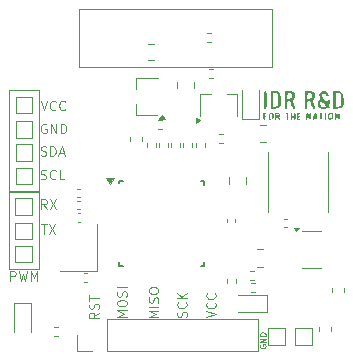
<source format=gbr>
%TF.GenerationSoftware,KiCad,Pcbnew,9.0.1*%
%TF.CreationDate,2025-04-30T15:21:50+05:30*%
%TF.ProjectId,APD_Safety_PCB,4150445f-5361-4666-9574-795f5043422e,rev?*%
%TF.SameCoordinates,Original*%
%TF.FileFunction,Legend,Top*%
%TF.FilePolarity,Positive*%
%FSLAX46Y46*%
G04 Gerber Fmt 4.6, Leading zero omitted, Abs format (unit mm)*
G04 Created by KiCad (PCBNEW 9.0.1) date 2025-04-30 15:21:50*
%MOMM*%
%LPD*%
G01*
G04 APERTURE LIST*
%ADD10C,0.125000*%
%ADD11C,0.120000*%
%ADD12C,0.150000*%
%ADD13C,0.100000*%
%ADD14C,0.000000*%
G04 APERTURE END LIST*
D10*
X117565595Y-126461573D02*
X118365595Y-126194906D01*
X118365595Y-126194906D02*
X117565595Y-125928240D01*
X118289404Y-125204430D02*
X118327500Y-125242526D01*
X118327500Y-125242526D02*
X118365595Y-125356811D01*
X118365595Y-125356811D02*
X118365595Y-125433002D01*
X118365595Y-125433002D02*
X118327500Y-125547288D01*
X118327500Y-125547288D02*
X118251309Y-125623478D01*
X118251309Y-125623478D02*
X118175119Y-125661573D01*
X118175119Y-125661573D02*
X118022738Y-125699669D01*
X118022738Y-125699669D02*
X117908452Y-125699669D01*
X117908452Y-125699669D02*
X117756071Y-125661573D01*
X117756071Y-125661573D02*
X117679880Y-125623478D01*
X117679880Y-125623478D02*
X117603690Y-125547288D01*
X117603690Y-125547288D02*
X117565595Y-125433002D01*
X117565595Y-125433002D02*
X117565595Y-125356811D01*
X117565595Y-125356811D02*
X117603690Y-125242526D01*
X117603690Y-125242526D02*
X117641785Y-125204430D01*
X118289404Y-124404430D02*
X118327500Y-124442526D01*
X118327500Y-124442526D02*
X118365595Y-124556811D01*
X118365595Y-124556811D02*
X118365595Y-124633002D01*
X118365595Y-124633002D02*
X118327500Y-124747288D01*
X118327500Y-124747288D02*
X118251309Y-124823478D01*
X118251309Y-124823478D02*
X118175119Y-124861573D01*
X118175119Y-124861573D02*
X118022738Y-124899669D01*
X118022738Y-124899669D02*
X117908452Y-124899669D01*
X117908452Y-124899669D02*
X117756071Y-124861573D01*
X117756071Y-124861573D02*
X117679880Y-124823478D01*
X117679880Y-124823478D02*
X117603690Y-124747288D01*
X117603690Y-124747288D02*
X117565595Y-124633002D01*
X117565595Y-124633002D02*
X117565595Y-124556811D01*
X117565595Y-124556811D02*
X117603690Y-124442526D01*
X117603690Y-124442526D02*
X117641785Y-124404430D01*
X115867500Y-126425383D02*
X115905595Y-126311097D01*
X115905595Y-126311097D02*
X115905595Y-126120621D01*
X115905595Y-126120621D02*
X115867500Y-126044430D01*
X115867500Y-126044430D02*
X115829404Y-126006335D01*
X115829404Y-126006335D02*
X115753214Y-125968240D01*
X115753214Y-125968240D02*
X115677023Y-125968240D01*
X115677023Y-125968240D02*
X115600833Y-126006335D01*
X115600833Y-126006335D02*
X115562738Y-126044430D01*
X115562738Y-126044430D02*
X115524642Y-126120621D01*
X115524642Y-126120621D02*
X115486547Y-126273002D01*
X115486547Y-126273002D02*
X115448452Y-126349192D01*
X115448452Y-126349192D02*
X115410357Y-126387287D01*
X115410357Y-126387287D02*
X115334166Y-126425383D01*
X115334166Y-126425383D02*
X115257976Y-126425383D01*
X115257976Y-126425383D02*
X115181785Y-126387287D01*
X115181785Y-126387287D02*
X115143690Y-126349192D01*
X115143690Y-126349192D02*
X115105595Y-126273002D01*
X115105595Y-126273002D02*
X115105595Y-126082525D01*
X115105595Y-126082525D02*
X115143690Y-125968240D01*
X115829404Y-125168239D02*
X115867500Y-125206335D01*
X115867500Y-125206335D02*
X115905595Y-125320620D01*
X115905595Y-125320620D02*
X115905595Y-125396811D01*
X115905595Y-125396811D02*
X115867500Y-125511097D01*
X115867500Y-125511097D02*
X115791309Y-125587287D01*
X115791309Y-125587287D02*
X115715119Y-125625382D01*
X115715119Y-125625382D02*
X115562738Y-125663478D01*
X115562738Y-125663478D02*
X115448452Y-125663478D01*
X115448452Y-125663478D02*
X115296071Y-125625382D01*
X115296071Y-125625382D02*
X115219880Y-125587287D01*
X115219880Y-125587287D02*
X115143690Y-125511097D01*
X115143690Y-125511097D02*
X115105595Y-125396811D01*
X115105595Y-125396811D02*
X115105595Y-125320620D01*
X115105595Y-125320620D02*
X115143690Y-125206335D01*
X115143690Y-125206335D02*
X115181785Y-125168239D01*
X115905595Y-124825382D02*
X115105595Y-124825382D01*
X115905595Y-124368239D02*
X115448452Y-124711097D01*
X115105595Y-124368239D02*
X115562738Y-124825382D01*
X110845595Y-126407287D02*
X110045595Y-126407287D01*
X110045595Y-126407287D02*
X110617023Y-126140621D01*
X110617023Y-126140621D02*
X110045595Y-125873954D01*
X110045595Y-125873954D02*
X110845595Y-125873954D01*
X110045595Y-125340620D02*
X110045595Y-125188239D01*
X110045595Y-125188239D02*
X110083690Y-125112049D01*
X110083690Y-125112049D02*
X110159880Y-125035858D01*
X110159880Y-125035858D02*
X110312261Y-124997763D01*
X110312261Y-124997763D02*
X110578928Y-124997763D01*
X110578928Y-124997763D02*
X110731309Y-125035858D01*
X110731309Y-125035858D02*
X110807500Y-125112049D01*
X110807500Y-125112049D02*
X110845595Y-125188239D01*
X110845595Y-125188239D02*
X110845595Y-125340620D01*
X110845595Y-125340620D02*
X110807500Y-125416811D01*
X110807500Y-125416811D02*
X110731309Y-125493001D01*
X110731309Y-125493001D02*
X110578928Y-125531097D01*
X110578928Y-125531097D02*
X110312261Y-125531097D01*
X110312261Y-125531097D02*
X110159880Y-125493001D01*
X110159880Y-125493001D02*
X110083690Y-125416811D01*
X110083690Y-125416811D02*
X110045595Y-125340620D01*
X110807500Y-124693002D02*
X110845595Y-124578716D01*
X110845595Y-124578716D02*
X110845595Y-124388240D01*
X110845595Y-124388240D02*
X110807500Y-124312049D01*
X110807500Y-124312049D02*
X110769404Y-124273954D01*
X110769404Y-124273954D02*
X110693214Y-124235859D01*
X110693214Y-124235859D02*
X110617023Y-124235859D01*
X110617023Y-124235859D02*
X110540833Y-124273954D01*
X110540833Y-124273954D02*
X110502738Y-124312049D01*
X110502738Y-124312049D02*
X110464642Y-124388240D01*
X110464642Y-124388240D02*
X110426547Y-124540621D01*
X110426547Y-124540621D02*
X110388452Y-124616811D01*
X110388452Y-124616811D02*
X110350357Y-124654906D01*
X110350357Y-124654906D02*
X110274166Y-124693002D01*
X110274166Y-124693002D02*
X110197976Y-124693002D01*
X110197976Y-124693002D02*
X110121785Y-124654906D01*
X110121785Y-124654906D02*
X110083690Y-124616811D01*
X110083690Y-124616811D02*
X110045595Y-124540621D01*
X110045595Y-124540621D02*
X110045595Y-124350144D01*
X110045595Y-124350144D02*
X110083690Y-124235859D01*
X110845595Y-123893001D02*
X110045595Y-123893001D01*
X103574616Y-114737500D02*
X103688902Y-114775595D01*
X103688902Y-114775595D02*
X103879378Y-114775595D01*
X103879378Y-114775595D02*
X103955569Y-114737500D01*
X103955569Y-114737500D02*
X103993664Y-114699404D01*
X103993664Y-114699404D02*
X104031759Y-114623214D01*
X104031759Y-114623214D02*
X104031759Y-114547023D01*
X104031759Y-114547023D02*
X103993664Y-114470833D01*
X103993664Y-114470833D02*
X103955569Y-114432738D01*
X103955569Y-114432738D02*
X103879378Y-114394642D01*
X103879378Y-114394642D02*
X103726997Y-114356547D01*
X103726997Y-114356547D02*
X103650807Y-114318452D01*
X103650807Y-114318452D02*
X103612712Y-114280357D01*
X103612712Y-114280357D02*
X103574616Y-114204166D01*
X103574616Y-114204166D02*
X103574616Y-114127976D01*
X103574616Y-114127976D02*
X103612712Y-114051785D01*
X103612712Y-114051785D02*
X103650807Y-114013690D01*
X103650807Y-114013690D02*
X103726997Y-113975595D01*
X103726997Y-113975595D02*
X103917474Y-113975595D01*
X103917474Y-113975595D02*
X104031759Y-114013690D01*
X104831760Y-114699404D02*
X104793664Y-114737500D01*
X104793664Y-114737500D02*
X104679379Y-114775595D01*
X104679379Y-114775595D02*
X104603188Y-114775595D01*
X104603188Y-114775595D02*
X104488902Y-114737500D01*
X104488902Y-114737500D02*
X104412712Y-114661309D01*
X104412712Y-114661309D02*
X104374617Y-114585119D01*
X104374617Y-114585119D02*
X104336521Y-114432738D01*
X104336521Y-114432738D02*
X104336521Y-114318452D01*
X104336521Y-114318452D02*
X104374617Y-114166071D01*
X104374617Y-114166071D02*
X104412712Y-114089880D01*
X104412712Y-114089880D02*
X104488902Y-114013690D01*
X104488902Y-114013690D02*
X104603188Y-113975595D01*
X104603188Y-113975595D02*
X104679379Y-113975595D01*
X104679379Y-113975595D02*
X104793664Y-114013690D01*
X104793664Y-114013690D02*
X104831760Y-114051785D01*
X105555569Y-114775595D02*
X105174617Y-114775595D01*
X105174617Y-114775595D02*
X105174617Y-113975595D01*
X103588426Y-118575595D02*
X104045569Y-118575595D01*
X103816997Y-119375595D02*
X103816997Y-118575595D01*
X104236045Y-118575595D02*
X104769379Y-119375595D01*
X104769379Y-118575595D02*
X104236045Y-119375595D01*
X100992712Y-123355595D02*
X100992712Y-122555595D01*
X100992712Y-122555595D02*
X101297474Y-122555595D01*
X101297474Y-122555595D02*
X101373664Y-122593690D01*
X101373664Y-122593690D02*
X101411759Y-122631785D01*
X101411759Y-122631785D02*
X101449855Y-122707976D01*
X101449855Y-122707976D02*
X101449855Y-122822261D01*
X101449855Y-122822261D02*
X101411759Y-122898452D01*
X101411759Y-122898452D02*
X101373664Y-122936547D01*
X101373664Y-122936547D02*
X101297474Y-122974642D01*
X101297474Y-122974642D02*
X100992712Y-122974642D01*
X101716521Y-122555595D02*
X101906997Y-123355595D01*
X101906997Y-123355595D02*
X102059378Y-122784166D01*
X102059378Y-122784166D02*
X102211759Y-123355595D01*
X102211759Y-123355595D02*
X102402236Y-122555595D01*
X102706998Y-123355595D02*
X102706998Y-122555595D01*
X102706998Y-122555595D02*
X102973664Y-123127023D01*
X102973664Y-123127023D02*
X103240331Y-122555595D01*
X103240331Y-122555595D02*
X103240331Y-123355595D01*
X113515595Y-126467287D02*
X112715595Y-126467287D01*
X112715595Y-126467287D02*
X113287023Y-126200621D01*
X113287023Y-126200621D02*
X112715595Y-125933954D01*
X112715595Y-125933954D02*
X113515595Y-125933954D01*
X113515595Y-125553001D02*
X112715595Y-125553001D01*
X113477500Y-125210145D02*
X113515595Y-125095859D01*
X113515595Y-125095859D02*
X113515595Y-124905383D01*
X113515595Y-124905383D02*
X113477500Y-124829192D01*
X113477500Y-124829192D02*
X113439404Y-124791097D01*
X113439404Y-124791097D02*
X113363214Y-124753002D01*
X113363214Y-124753002D02*
X113287023Y-124753002D01*
X113287023Y-124753002D02*
X113210833Y-124791097D01*
X113210833Y-124791097D02*
X113172738Y-124829192D01*
X113172738Y-124829192D02*
X113134642Y-124905383D01*
X113134642Y-124905383D02*
X113096547Y-125057764D01*
X113096547Y-125057764D02*
X113058452Y-125133954D01*
X113058452Y-125133954D02*
X113020357Y-125172049D01*
X113020357Y-125172049D02*
X112944166Y-125210145D01*
X112944166Y-125210145D02*
X112867976Y-125210145D01*
X112867976Y-125210145D02*
X112791785Y-125172049D01*
X112791785Y-125172049D02*
X112753690Y-125133954D01*
X112753690Y-125133954D02*
X112715595Y-125057764D01*
X112715595Y-125057764D02*
X112715595Y-124867287D01*
X112715595Y-124867287D02*
X112753690Y-124753002D01*
X112715595Y-124257763D02*
X112715595Y-124105382D01*
X112715595Y-124105382D02*
X112753690Y-124029192D01*
X112753690Y-124029192D02*
X112829880Y-123953001D01*
X112829880Y-123953001D02*
X112982261Y-123914906D01*
X112982261Y-123914906D02*
X113248928Y-123914906D01*
X113248928Y-123914906D02*
X113401309Y-123953001D01*
X113401309Y-123953001D02*
X113477500Y-124029192D01*
X113477500Y-124029192D02*
X113515595Y-124105382D01*
X113515595Y-124105382D02*
X113515595Y-124257763D01*
X113515595Y-124257763D02*
X113477500Y-124333954D01*
X113477500Y-124333954D02*
X113401309Y-124410144D01*
X113401309Y-124410144D02*
X113248928Y-124448240D01*
X113248928Y-124448240D02*
X112982261Y-124448240D01*
X112982261Y-124448240D02*
X112829880Y-124410144D01*
X112829880Y-124410144D02*
X112753690Y-124333954D01*
X112753690Y-124333954D02*
X112715595Y-124257763D01*
X103558426Y-108105595D02*
X103825093Y-108905595D01*
X103825093Y-108905595D02*
X104091759Y-108105595D01*
X104815569Y-108829404D02*
X104777473Y-108867500D01*
X104777473Y-108867500D02*
X104663188Y-108905595D01*
X104663188Y-108905595D02*
X104586997Y-108905595D01*
X104586997Y-108905595D02*
X104472711Y-108867500D01*
X104472711Y-108867500D02*
X104396521Y-108791309D01*
X104396521Y-108791309D02*
X104358426Y-108715119D01*
X104358426Y-108715119D02*
X104320330Y-108562738D01*
X104320330Y-108562738D02*
X104320330Y-108448452D01*
X104320330Y-108448452D02*
X104358426Y-108296071D01*
X104358426Y-108296071D02*
X104396521Y-108219880D01*
X104396521Y-108219880D02*
X104472711Y-108143690D01*
X104472711Y-108143690D02*
X104586997Y-108105595D01*
X104586997Y-108105595D02*
X104663188Y-108105595D01*
X104663188Y-108105595D02*
X104777473Y-108143690D01*
X104777473Y-108143690D02*
X104815569Y-108181785D01*
X105615569Y-108829404D02*
X105577473Y-108867500D01*
X105577473Y-108867500D02*
X105463188Y-108905595D01*
X105463188Y-108905595D02*
X105386997Y-108905595D01*
X105386997Y-108905595D02*
X105272711Y-108867500D01*
X105272711Y-108867500D02*
X105196521Y-108791309D01*
X105196521Y-108791309D02*
X105158426Y-108715119D01*
X105158426Y-108715119D02*
X105120330Y-108562738D01*
X105120330Y-108562738D02*
X105120330Y-108448452D01*
X105120330Y-108448452D02*
X105158426Y-108296071D01*
X105158426Y-108296071D02*
X105196521Y-108219880D01*
X105196521Y-108219880D02*
X105272711Y-108143690D01*
X105272711Y-108143690D02*
X105386997Y-108105595D01*
X105386997Y-108105595D02*
X105463188Y-108105595D01*
X105463188Y-108105595D02*
X105577473Y-108143690D01*
X105577473Y-108143690D02*
X105615569Y-108181785D01*
X104031759Y-110113690D02*
X103955569Y-110075595D01*
X103955569Y-110075595D02*
X103841283Y-110075595D01*
X103841283Y-110075595D02*
X103726997Y-110113690D01*
X103726997Y-110113690D02*
X103650807Y-110189880D01*
X103650807Y-110189880D02*
X103612712Y-110266071D01*
X103612712Y-110266071D02*
X103574616Y-110418452D01*
X103574616Y-110418452D02*
X103574616Y-110532738D01*
X103574616Y-110532738D02*
X103612712Y-110685119D01*
X103612712Y-110685119D02*
X103650807Y-110761309D01*
X103650807Y-110761309D02*
X103726997Y-110837500D01*
X103726997Y-110837500D02*
X103841283Y-110875595D01*
X103841283Y-110875595D02*
X103917474Y-110875595D01*
X103917474Y-110875595D02*
X104031759Y-110837500D01*
X104031759Y-110837500D02*
X104069855Y-110799404D01*
X104069855Y-110799404D02*
X104069855Y-110532738D01*
X104069855Y-110532738D02*
X103917474Y-110532738D01*
X104412712Y-110875595D02*
X104412712Y-110075595D01*
X104412712Y-110075595D02*
X104869855Y-110875595D01*
X104869855Y-110875595D02*
X104869855Y-110075595D01*
X105250807Y-110875595D02*
X105250807Y-110075595D01*
X105250807Y-110075595D02*
X105441283Y-110075595D01*
X105441283Y-110075595D02*
X105555569Y-110113690D01*
X105555569Y-110113690D02*
X105631759Y-110189880D01*
X105631759Y-110189880D02*
X105669854Y-110266071D01*
X105669854Y-110266071D02*
X105707950Y-110418452D01*
X105707950Y-110418452D02*
X105707950Y-110532738D01*
X105707950Y-110532738D02*
X105669854Y-110685119D01*
X105669854Y-110685119D02*
X105631759Y-110761309D01*
X105631759Y-110761309D02*
X105555569Y-110837500D01*
X105555569Y-110837500D02*
X105441283Y-110875595D01*
X105441283Y-110875595D02*
X105250807Y-110875595D01*
X108475595Y-126050144D02*
X108094642Y-126316811D01*
X108475595Y-126507287D02*
X107675595Y-126507287D01*
X107675595Y-126507287D02*
X107675595Y-126202525D01*
X107675595Y-126202525D02*
X107713690Y-126126335D01*
X107713690Y-126126335D02*
X107751785Y-126088240D01*
X107751785Y-126088240D02*
X107827976Y-126050144D01*
X107827976Y-126050144D02*
X107942261Y-126050144D01*
X107942261Y-126050144D02*
X108018452Y-126088240D01*
X108018452Y-126088240D02*
X108056547Y-126126335D01*
X108056547Y-126126335D02*
X108094642Y-126202525D01*
X108094642Y-126202525D02*
X108094642Y-126507287D01*
X108437500Y-125745383D02*
X108475595Y-125631097D01*
X108475595Y-125631097D02*
X108475595Y-125440621D01*
X108475595Y-125440621D02*
X108437500Y-125364430D01*
X108437500Y-125364430D02*
X108399404Y-125326335D01*
X108399404Y-125326335D02*
X108323214Y-125288240D01*
X108323214Y-125288240D02*
X108247023Y-125288240D01*
X108247023Y-125288240D02*
X108170833Y-125326335D01*
X108170833Y-125326335D02*
X108132738Y-125364430D01*
X108132738Y-125364430D02*
X108094642Y-125440621D01*
X108094642Y-125440621D02*
X108056547Y-125593002D01*
X108056547Y-125593002D02*
X108018452Y-125669192D01*
X108018452Y-125669192D02*
X107980357Y-125707287D01*
X107980357Y-125707287D02*
X107904166Y-125745383D01*
X107904166Y-125745383D02*
X107827976Y-125745383D01*
X107827976Y-125745383D02*
X107751785Y-125707287D01*
X107751785Y-125707287D02*
X107713690Y-125669192D01*
X107713690Y-125669192D02*
X107675595Y-125593002D01*
X107675595Y-125593002D02*
X107675595Y-125402525D01*
X107675595Y-125402525D02*
X107713690Y-125288240D01*
X107675595Y-125059668D02*
X107675595Y-124602525D01*
X108475595Y-124831097D02*
X107675595Y-124831097D01*
X122126119Y-128776811D02*
X122102309Y-128824430D01*
X122102309Y-128824430D02*
X122102309Y-128895859D01*
X122102309Y-128895859D02*
X122126119Y-128967287D01*
X122126119Y-128967287D02*
X122173738Y-129014906D01*
X122173738Y-129014906D02*
X122221357Y-129038716D01*
X122221357Y-129038716D02*
X122316595Y-129062525D01*
X122316595Y-129062525D02*
X122388023Y-129062525D01*
X122388023Y-129062525D02*
X122483261Y-129038716D01*
X122483261Y-129038716D02*
X122530880Y-129014906D01*
X122530880Y-129014906D02*
X122578500Y-128967287D01*
X122578500Y-128967287D02*
X122602309Y-128895859D01*
X122602309Y-128895859D02*
X122602309Y-128848240D01*
X122602309Y-128848240D02*
X122578500Y-128776811D01*
X122578500Y-128776811D02*
X122554690Y-128753002D01*
X122554690Y-128753002D02*
X122388023Y-128753002D01*
X122388023Y-128753002D02*
X122388023Y-128848240D01*
X122602309Y-128538716D02*
X122102309Y-128538716D01*
X122102309Y-128538716D02*
X122602309Y-128253002D01*
X122602309Y-128253002D02*
X122102309Y-128253002D01*
X122602309Y-128014906D02*
X122102309Y-128014906D01*
X122102309Y-128014906D02*
X122102309Y-127895858D01*
X122102309Y-127895858D02*
X122126119Y-127824430D01*
X122126119Y-127824430D02*
X122173738Y-127776811D01*
X122173738Y-127776811D02*
X122221357Y-127753001D01*
X122221357Y-127753001D02*
X122316595Y-127729192D01*
X122316595Y-127729192D02*
X122388023Y-127729192D01*
X122388023Y-127729192D02*
X122483261Y-127753001D01*
X122483261Y-127753001D02*
X122530880Y-127776811D01*
X122530880Y-127776811D02*
X122578500Y-127824430D01*
X122578500Y-127824430D02*
X122602309Y-127895858D01*
X122602309Y-127895858D02*
X122602309Y-128014906D01*
X104049855Y-117275595D02*
X103783188Y-116894642D01*
X103592712Y-117275595D02*
X103592712Y-116475595D01*
X103592712Y-116475595D02*
X103897474Y-116475595D01*
X103897474Y-116475595D02*
X103973664Y-116513690D01*
X103973664Y-116513690D02*
X104011759Y-116551785D01*
X104011759Y-116551785D02*
X104049855Y-116627976D01*
X104049855Y-116627976D02*
X104049855Y-116742261D01*
X104049855Y-116742261D02*
X104011759Y-116818452D01*
X104011759Y-116818452D02*
X103973664Y-116856547D01*
X103973664Y-116856547D02*
X103897474Y-116894642D01*
X103897474Y-116894642D02*
X103592712Y-116894642D01*
X104316521Y-116475595D02*
X104849855Y-117275595D01*
X104849855Y-116475595D02*
X104316521Y-117275595D01*
X103574616Y-112737500D02*
X103688902Y-112775595D01*
X103688902Y-112775595D02*
X103879378Y-112775595D01*
X103879378Y-112775595D02*
X103955569Y-112737500D01*
X103955569Y-112737500D02*
X103993664Y-112699404D01*
X103993664Y-112699404D02*
X104031759Y-112623214D01*
X104031759Y-112623214D02*
X104031759Y-112547023D01*
X104031759Y-112547023D02*
X103993664Y-112470833D01*
X103993664Y-112470833D02*
X103955569Y-112432738D01*
X103955569Y-112432738D02*
X103879378Y-112394642D01*
X103879378Y-112394642D02*
X103726997Y-112356547D01*
X103726997Y-112356547D02*
X103650807Y-112318452D01*
X103650807Y-112318452D02*
X103612712Y-112280357D01*
X103612712Y-112280357D02*
X103574616Y-112204166D01*
X103574616Y-112204166D02*
X103574616Y-112127976D01*
X103574616Y-112127976D02*
X103612712Y-112051785D01*
X103612712Y-112051785D02*
X103650807Y-112013690D01*
X103650807Y-112013690D02*
X103726997Y-111975595D01*
X103726997Y-111975595D02*
X103917474Y-111975595D01*
X103917474Y-111975595D02*
X104031759Y-112013690D01*
X104374617Y-112775595D02*
X104374617Y-111975595D01*
X104374617Y-111975595D02*
X104565093Y-111975595D01*
X104565093Y-111975595D02*
X104679379Y-112013690D01*
X104679379Y-112013690D02*
X104755569Y-112089880D01*
X104755569Y-112089880D02*
X104793664Y-112166071D01*
X104793664Y-112166071D02*
X104831760Y-112318452D01*
X104831760Y-112318452D02*
X104831760Y-112432738D01*
X104831760Y-112432738D02*
X104793664Y-112585119D01*
X104793664Y-112585119D02*
X104755569Y-112661309D01*
X104755569Y-112661309D02*
X104679379Y-112737500D01*
X104679379Y-112737500D02*
X104565093Y-112775595D01*
X104565093Y-112775595D02*
X104374617Y-112775595D01*
X105136521Y-112547023D02*
X105517474Y-112547023D01*
X105060331Y-112775595D02*
X105326998Y-111975595D01*
X105326998Y-111975595D02*
X105593664Y-112775595D01*
D11*
%TO.C,L1*%
X122805000Y-117545000D02*
X122805000Y-112445000D01*
X127905000Y-117545000D02*
X127905000Y-112445000D01*
%TO.C,C5*%
X106875835Y-116590000D02*
X106644165Y-116590000D01*
X106875835Y-117310000D02*
X106644165Y-117310000D01*
D12*
%TO.C,U2*%
X110165000Y-114885000D02*
X110165000Y-115110000D01*
X110165000Y-114885000D02*
X110490000Y-114885000D01*
X110165000Y-122135000D02*
X110165000Y-121810000D01*
X110165000Y-122135000D02*
X110490000Y-122135000D01*
X117415000Y-114885000D02*
X117090000Y-114885000D01*
X117415000Y-114885000D02*
X117415000Y-115210000D01*
X117415000Y-122135000D02*
X117090000Y-122135000D01*
X117415000Y-122135000D02*
X117415000Y-121810000D01*
D11*
X109400000Y-115170000D02*
X109060000Y-114700000D01*
X109740000Y-114700000D01*
X109400000Y-115170000D01*
G36*
X109400000Y-115170000D02*
G01*
X109060000Y-114700000D01*
X109740000Y-114700000D01*
X109400000Y-115170000D01*
G37*
%TO.C,C6*%
X119300000Y-118378335D02*
X119300000Y-118146665D01*
X120020000Y-118378335D02*
X120020000Y-118146665D01*
%TO.C,TP3*%
X125100000Y-127400000D02*
X126500000Y-127400000D01*
X125100000Y-128800000D02*
X125100000Y-127400000D01*
X126500000Y-127400000D02*
X126500000Y-128800000D01*
X126500000Y-128800000D02*
X125100000Y-128800000D01*
%TO.C,TP4*%
X122800000Y-127390000D02*
X124200000Y-127390000D01*
X122800000Y-128790000D02*
X122800000Y-127390000D01*
X124200000Y-127390000D02*
X124200000Y-128790000D01*
X124200000Y-128790000D02*
X122800000Y-128790000D01*
%TO.C,C3*%
X127130000Y-127283733D02*
X127130000Y-127576267D01*
X128150000Y-127283733D02*
X128150000Y-127576267D01*
%TO.C,C10*%
X111130000Y-111486267D02*
X111130000Y-111193733D01*
X112150000Y-111486267D02*
X112150000Y-111193733D01*
%TO.C,C12*%
X107465835Y-122710000D02*
X107234165Y-122710000D01*
X107465835Y-123430000D02*
X107234165Y-123430000D01*
%TO.C,C7*%
X106893335Y-115570000D02*
X106661665Y-115570000D01*
X106893335Y-116290000D02*
X106661665Y-116290000D01*
%TO.C,C1*%
X122611252Y-110180000D02*
X122088748Y-110180000D01*
X122611252Y-111650000D02*
X122088748Y-111650000D01*
%TO.C,U1*%
X126500000Y-119132500D02*
X125700000Y-119132500D01*
X126500000Y-119132500D02*
X127300000Y-119132500D01*
X126500000Y-122252500D02*
X125700000Y-122252500D01*
X126500000Y-122252500D02*
X127300000Y-122252500D01*
X125200000Y-119182500D02*
X124960000Y-118852500D01*
X125440000Y-118852500D01*
X125200000Y-119182500D01*
G36*
X125200000Y-119182500D02*
G01*
X124960000Y-118852500D01*
X125440000Y-118852500D01*
X125200000Y-119182500D01*
G37*
%TO.C,F1*%
X113178578Y-103280000D02*
X112661422Y-103280000D01*
X113178578Y-104700000D02*
X112661422Y-104700000D01*
%TO.C,D4*%
X101305000Y-125212500D02*
X101305000Y-127672500D01*
X102775000Y-125212500D02*
X101305000Y-125212500D01*
X102775000Y-127672500D02*
X102775000Y-125212500D01*
%TO.C,Q2*%
X117070000Y-107540000D02*
X117070000Y-109390000D01*
X117070000Y-107540000D02*
X117960000Y-107540000D01*
X119300000Y-107555000D02*
X120190000Y-107555000D01*
X120190000Y-107555000D02*
X120190000Y-109405000D01*
X117060000Y-109780000D02*
X116730000Y-110020000D01*
X116730000Y-109540000D01*
X117060000Y-109780000D01*
G36*
X117060000Y-109780000D02*
G01*
X116730000Y-110020000D01*
X116730000Y-109540000D01*
X117060000Y-109780000D01*
G37*
%TO.C,C11*%
X106676665Y-117630000D02*
X106908335Y-117630000D01*
X106676665Y-118350000D02*
X106908335Y-118350000D01*
%TO.C,J1*%
X101430000Y-107790000D02*
X102830000Y-107790000D01*
X101430000Y-109190000D02*
X101430000Y-107790000D01*
X101430000Y-109840000D02*
X102830000Y-109840000D01*
X101430000Y-111240000D02*
X101430000Y-109840000D01*
X101430000Y-111790000D02*
X102830000Y-111790000D01*
X101430000Y-113190000D02*
X101430000Y-111790000D01*
X101430000Y-113790000D02*
X102830000Y-113790000D01*
X101430000Y-115190000D02*
X101430000Y-113790000D01*
X102830000Y-107790000D02*
X102830000Y-109190000D01*
X102830000Y-109190000D02*
X101430000Y-109190000D01*
X102830000Y-109840000D02*
X102830000Y-111240000D01*
X102830000Y-111240000D02*
X101430000Y-111240000D01*
X102830000Y-111790000D02*
X102830000Y-113190000D01*
X102830000Y-113190000D02*
X101430000Y-113190000D01*
X102830000Y-113790000D02*
X102830000Y-115190000D01*
X102830000Y-115190000D02*
X101430000Y-115190000D01*
D13*
X103380000Y-115740000D02*
X100880000Y-115740000D01*
X100880000Y-107240000D01*
X103380000Y-107240000D01*
X103380000Y-115740000D01*
D11*
%TO.C,C9*%
X121848748Y-120685000D02*
X122371252Y-120685000D01*
X121848748Y-122155000D02*
X122371252Y-122155000D01*
%TO.C,R11*%
X119325000Y-123182379D02*
X119325000Y-123517621D01*
X120085000Y-123182379D02*
X120085000Y-123517621D01*
%TO.C,F2*%
X115080000Y-106521422D02*
X115080000Y-107038578D01*
X116500000Y-106521422D02*
X116500000Y-107038578D01*
%TO.C,R8*%
X112520000Y-111732379D02*
X112520000Y-112067621D01*
X113280000Y-111732379D02*
X113280000Y-112067621D01*
%TO.C,R9*%
X117839879Y-105440000D02*
X118175121Y-105440000D01*
X117839879Y-106200000D02*
X118175121Y-106200000D01*
%TO.C,R4*%
X116710000Y-111722379D02*
X116710000Y-112057621D01*
X117470000Y-111722379D02*
X117470000Y-112057621D01*
%TO.C,R10*%
X105027621Y-127240000D02*
X104692379Y-127240000D01*
X105027621Y-128000000D02*
X104692379Y-128000000D01*
%TO.C,J4*%
D13*
X106820000Y-100310000D02*
X123140000Y-100310000D01*
X123140000Y-105290000D01*
X106820000Y-105290000D01*
X106820000Y-100310000D01*
D11*
%TO.C,D5*%
X120280000Y-126015000D02*
X122740000Y-126015000D01*
X122740000Y-124545000D02*
X120280000Y-124545000D01*
X122740000Y-126015000D02*
X122740000Y-124545000D01*
%TO.C,R2*%
X113462379Y-109770000D02*
X113797621Y-109770000D01*
X113462379Y-110530000D02*
X113797621Y-110530000D01*
%TO.C,J2*%
X101420000Y-116385000D02*
X102820000Y-116385000D01*
X101420000Y-117785000D02*
X101420000Y-116385000D01*
X101420000Y-118435000D02*
X102820000Y-118435000D01*
X101420000Y-119835000D02*
X101420000Y-118435000D01*
X101420000Y-120385000D02*
X102820000Y-120385000D01*
X101420000Y-121785000D02*
X101420000Y-120385000D01*
X102820000Y-116385000D02*
X102820000Y-117785000D01*
X102820000Y-117785000D02*
X101420000Y-117785000D01*
X102820000Y-118435000D02*
X102820000Y-119835000D01*
X102820000Y-119835000D02*
X101420000Y-119835000D01*
X102820000Y-120385000D02*
X102820000Y-121785000D01*
X102820000Y-121785000D02*
X101420000Y-121785000D01*
D13*
X103370000Y-122365000D02*
X100870000Y-122365000D01*
X100870000Y-115835000D01*
X103370000Y-115835000D01*
X103370000Y-122365000D01*
D11*
%TO.C,Q1*%
X111585000Y-109315000D02*
X111585000Y-108425000D01*
X111585000Y-109315000D02*
X113435000Y-109315000D01*
X111600000Y-106195000D02*
X113450000Y-106195000D01*
X111600000Y-107085000D02*
X111600000Y-106195000D01*
X114065000Y-109655000D02*
X113585000Y-109655000D01*
X113825000Y-109325000D01*
X114065000Y-109655000D01*
G36*
X114065000Y-109655000D02*
G01*
X113585000Y-109655000D01*
X113825000Y-109325000D01*
X114065000Y-109655000D01*
G37*
%TO.C,R12*%
X114550000Y-111722379D02*
X114550000Y-112057621D01*
X115310000Y-111722379D02*
X115310000Y-112057621D01*
%TO.C,R5*%
X115620000Y-111732379D02*
X115620000Y-112067621D01*
X116380000Y-111732379D02*
X116380000Y-112067621D01*
%TO.C,R13*%
X113540000Y-111732379D02*
X113540000Y-112067621D01*
X114300000Y-111732379D02*
X114300000Y-112067621D01*
%TO.C,D1*%
X120560000Y-107227500D02*
X120560000Y-109687500D01*
X120560000Y-109687500D02*
X122030000Y-109687500D01*
X122030000Y-109687500D02*
X122030000Y-107227500D01*
%TO.C,Y1*%
X105150000Y-122490000D02*
X108350000Y-122490000D01*
X108350000Y-122490000D02*
X108350000Y-118590000D01*
%TO.C,C4*%
X124154165Y-118095000D02*
X124385835Y-118095000D01*
X124154165Y-118815000D02*
X124385835Y-118815000D01*
%TO.C,R3*%
X118622379Y-110910000D02*
X118957621Y-110910000D01*
X118622379Y-111670000D02*
X118957621Y-111670000D01*
%TO.C,J3*%
X106590000Y-129280000D02*
X106590000Y-127950000D01*
X107920000Y-129280000D02*
X106590000Y-129280000D01*
X109190000Y-126620000D02*
X121950000Y-126620000D01*
X109190000Y-129280000D02*
X109190000Y-126620000D01*
X109190000Y-129280000D02*
X121950000Y-129280000D01*
X121950000Y-129280000D02*
X121950000Y-126620000D01*
%TO.C,R1*%
X117977621Y-102410000D02*
X117642379Y-102410000D01*
X117977621Y-103170000D02*
X117642379Y-103170000D01*
%TO.C,C2*%
X128190000Y-124276267D02*
X128190000Y-123983733D01*
X129210000Y-124276267D02*
X129210000Y-123983733D01*
%TO.C,R6*%
X121312379Y-122550000D02*
X121647621Y-122550000D01*
X121312379Y-123310000D02*
X121647621Y-123310000D01*
D14*
%TO.C,G\u002A\u002A\u002A*%
G36*
X127696867Y-109162810D02*
G01*
X127716750Y-109290486D01*
X127721630Y-109414393D01*
X127712631Y-109579273D01*
X127689417Y-109688632D01*
X127666889Y-109715470D01*
X127636910Y-109665976D01*
X127617027Y-109538299D01*
X127612147Y-109414393D01*
X127621146Y-109249512D01*
X127644360Y-109140154D01*
X127666889Y-109113315D01*
X127696867Y-109162810D01*
G37*
G36*
X124561451Y-109130618D02*
G01*
X124605545Y-109142361D01*
X124587686Y-109151050D01*
X124527330Y-109192634D01*
X124498319Y-109293772D01*
X124491889Y-109445777D01*
X124481904Y-109600591D01*
X124456411Y-109698131D01*
X124437147Y-109715470D01*
X124405724Y-109666279D01*
X124385925Y-109540685D01*
X124382406Y-109445777D01*
X124373237Y-109273465D01*
X124340005Y-109183108D01*
X124286609Y-109151050D01*
X124276711Y-109136627D01*
X124357635Y-109127579D01*
X124437147Y-109126015D01*
X124561451Y-109130618D01*
G37*
G36*
X127408002Y-109130618D02*
G01*
X127452097Y-109142361D01*
X127434238Y-109151050D01*
X127373882Y-109192634D01*
X127344871Y-109293772D01*
X127338440Y-109445777D01*
X127328456Y-109600591D01*
X127302963Y-109698131D01*
X127283699Y-109715470D01*
X127252276Y-109666279D01*
X127232477Y-109540685D01*
X127228958Y-109445777D01*
X127219789Y-109273465D01*
X127186557Y-109183108D01*
X127133160Y-109151050D01*
X127123263Y-109136627D01*
X127204186Y-109127579D01*
X127283699Y-109126015D01*
X127408002Y-109130618D01*
G37*
G36*
X122616996Y-109121517D02*
G01*
X122733461Y-109128653D01*
X122745956Y-109138533D01*
X122671738Y-109152524D01*
X122556293Y-109203804D01*
X122517900Y-109287461D01*
X122560478Y-109367595D01*
X122644367Y-109403131D01*
X122767535Y-109426854D01*
X122644367Y-109434309D01*
X122548423Y-109469311D01*
X122521205Y-109576077D01*
X122521199Y-109578617D01*
X122502460Y-109681493D01*
X122466458Y-109715470D01*
X122436479Y-109665976D01*
X122416596Y-109538299D01*
X122411716Y-109414393D01*
X122411716Y-109113315D01*
X122616996Y-109121517D01*
G37*
G36*
X125463548Y-109121517D02*
G01*
X125580013Y-109128653D01*
X125592508Y-109138533D01*
X125518290Y-109152524D01*
X125402845Y-109203804D01*
X125364452Y-109287461D01*
X125407030Y-109367595D01*
X125490919Y-109403131D01*
X125614087Y-109426854D01*
X125490919Y-109434309D01*
X125387985Y-109473722D01*
X125362318Y-109551021D01*
X125409905Y-109630741D01*
X125518290Y-109676262D01*
X125595525Y-109691347D01*
X125573800Y-109700848D01*
X125463548Y-109707268D01*
X125258268Y-109715470D01*
X125258268Y-109113315D01*
X125463548Y-109121517D01*
G37*
G36*
X126437769Y-109174534D02*
G01*
X126458992Y-109310759D01*
X126462578Y-109414393D01*
X126449872Y-109606834D01*
X126414277Y-109701156D01*
X126359578Y-109693789D01*
X126289560Y-109581166D01*
X126288394Y-109578617D01*
X126227781Y-109478144D01*
X126180085Y-109441763D01*
X126145525Y-109488660D01*
X126134130Y-109578617D01*
X126115391Y-109681493D01*
X126079389Y-109715470D01*
X126049410Y-109665976D01*
X126029527Y-109538299D01*
X126024647Y-109414393D01*
X126040040Y-109218605D01*
X126082736Y-109120452D01*
X126147508Y-109123486D01*
X126229133Y-109231259D01*
X126246108Y-109263854D01*
X126320918Y-109414393D01*
X126340643Y-109263854D01*
X126369760Y-109140176D01*
X126405080Y-109114038D01*
X126437769Y-109174534D01*
G37*
G36*
X128846389Y-109174534D02*
G01*
X128867613Y-109310759D01*
X128871199Y-109414393D01*
X128858493Y-109606834D01*
X128822898Y-109701156D01*
X128768199Y-109693789D01*
X128698180Y-109581166D01*
X128697014Y-109578617D01*
X128636402Y-109478144D01*
X128588705Y-109441763D01*
X128554145Y-109488660D01*
X128542751Y-109578617D01*
X128524012Y-109681493D01*
X128488009Y-109715470D01*
X128458031Y-109665976D01*
X128438148Y-109538299D01*
X128433268Y-109414393D01*
X128448661Y-109218605D01*
X128491356Y-109120452D01*
X128556129Y-109123486D01*
X128637754Y-109231259D01*
X128654728Y-109263854D01*
X128729538Y-109414393D01*
X128749263Y-109263854D01*
X128778381Y-109140176D01*
X128813701Y-109114038D01*
X128846389Y-109174534D01*
G37*
G36*
X122619933Y-107312704D02*
G01*
X122650245Y-107341685D01*
X122669412Y-107410920D01*
X122679972Y-107537538D01*
X122684463Y-107738667D01*
X122685422Y-108031433D01*
X122685423Y-108045858D01*
X122684556Y-108342811D01*
X122680262Y-108547412D01*
X122670005Y-108676789D01*
X122651247Y-108748072D01*
X122621450Y-108778386D01*
X122578077Y-108784862D01*
X122575940Y-108784867D01*
X122531947Y-108779013D01*
X122501636Y-108750032D01*
X122482469Y-108680797D01*
X122471909Y-108554178D01*
X122467418Y-108353050D01*
X122466458Y-108060283D01*
X122466458Y-108045858D01*
X122467325Y-107748906D01*
X122471618Y-107544305D01*
X122481875Y-107414927D01*
X122500634Y-107343645D01*
X122530431Y-107313330D01*
X122573803Y-107306855D01*
X122575940Y-107306850D01*
X122619933Y-107312704D01*
G37*
G36*
X125116192Y-109140345D02*
G01*
X125141686Y-109235192D01*
X125148785Y-109414393D01*
X125141413Y-109595961D01*
X125115546Y-109689439D01*
X125066673Y-109715470D01*
X125000632Y-109667884D01*
X124984561Y-109578617D01*
X124956009Y-109468549D01*
X124902449Y-109441763D01*
X124836408Y-109489350D01*
X124820337Y-109578617D01*
X124801598Y-109681493D01*
X124765596Y-109715470D01*
X124735617Y-109665976D01*
X124715734Y-109538299D01*
X124710854Y-109414393D01*
X124719853Y-109249512D01*
X124743067Y-109140154D01*
X124765596Y-109113315D01*
X124806746Y-109160162D01*
X124820337Y-109250169D01*
X124848889Y-109360237D01*
X124902449Y-109387022D01*
X124968490Y-109339435D01*
X124984561Y-109250169D01*
X125013113Y-109140101D01*
X125066673Y-109113315D01*
X125116192Y-109140345D01*
G37*
G36*
X123168238Y-109132563D02*
G01*
X123239744Y-109177358D01*
X123279310Y-109305101D01*
X123282072Y-109466338D01*
X123250123Y-109605704D01*
X123221889Y-109649781D01*
X123114946Y-109704401D01*
X122987486Y-109709622D01*
X122890066Y-109666985D01*
X122871652Y-109639115D01*
X122856707Y-109536908D01*
X122856921Y-109494764D01*
X122961451Y-109494764D01*
X122980700Y-109583241D01*
X123039882Y-109655621D01*
X123106725Y-109630681D01*
X123154530Y-109528205D01*
X123173970Y-109355472D01*
X123140666Y-109236293D01*
X123067863Y-109195427D01*
X123006861Y-109242754D01*
X122968228Y-109356601D01*
X122961451Y-109494764D01*
X122856921Y-109494764D01*
X122857487Y-109383033D01*
X122859685Y-109351723D01*
X122881127Y-109211842D01*
X122932090Y-109146849D01*
X123035302Y-109122617D01*
X123168238Y-109132563D01*
G37*
G36*
X128204445Y-109132563D02*
G01*
X128275951Y-109177358D01*
X128315517Y-109305101D01*
X128318279Y-109466338D01*
X128286329Y-109605704D01*
X128258096Y-109649781D01*
X128151153Y-109704401D01*
X128023693Y-109709622D01*
X127926273Y-109666985D01*
X127907859Y-109639115D01*
X127892914Y-109536908D01*
X127893128Y-109494764D01*
X127997658Y-109494764D01*
X128016907Y-109583241D01*
X128076089Y-109655621D01*
X128142932Y-109630681D01*
X128190737Y-109528205D01*
X128210177Y-109355472D01*
X128176873Y-109236293D01*
X128104070Y-109195427D01*
X128043068Y-109242754D01*
X128004435Y-109356601D01*
X127997658Y-109494764D01*
X127893128Y-109494764D01*
X127893694Y-109383033D01*
X127895892Y-109351723D01*
X127917334Y-109211842D01*
X127968297Y-109146849D01*
X128071509Y-109122617D01*
X128204445Y-109132563D01*
G37*
G36*
X126845025Y-109188683D02*
G01*
X126906672Y-109311356D01*
X126939172Y-109406489D01*
X126977820Y-109574759D01*
X126983607Y-109685061D01*
X126959418Y-109722183D01*
X126908132Y-109670911D01*
X126893683Y-109646588D01*
X126816425Y-109569518D01*
X126732951Y-109556759D01*
X126683754Y-109610836D01*
X126681544Y-109633358D01*
X126651985Y-109706206D01*
X126626802Y-109715470D01*
X126582427Y-109670545D01*
X126576226Y-109619673D01*
X126601719Y-109473559D01*
X126623826Y-109411162D01*
X126736285Y-109411162D01*
X126764866Y-109486060D01*
X126791027Y-109496505D01*
X126844201Y-109457215D01*
X126845768Y-109444994D01*
X126805977Y-109370856D01*
X126791027Y-109359651D01*
X126744162Y-109372061D01*
X126736285Y-109411162D01*
X126623826Y-109411162D01*
X126655909Y-109320606D01*
X126722376Y-109197578D01*
X126784698Y-109141237D01*
X126790175Y-109140686D01*
X126845025Y-109188683D01*
G37*
G36*
X123752126Y-109142365D02*
G01*
X123823253Y-109224622D01*
X123797974Y-109352745D01*
X123790294Y-109367131D01*
X123765541Y-109507823D01*
X123784359Y-109589421D01*
X123803631Y-109690140D01*
X123770891Y-109713884D01*
X123709872Y-109662727D01*
X123660808Y-109578617D01*
X123600195Y-109478144D01*
X123552498Y-109441763D01*
X123517939Y-109488660D01*
X123506544Y-109578617D01*
X123487805Y-109681493D01*
X123451802Y-109715470D01*
X123421824Y-109665976D01*
X123401941Y-109538299D01*
X123397061Y-109414393D01*
X123397061Y-109277539D01*
X123506544Y-109277539D01*
X123542720Y-109366339D01*
X123618830Y-109382024D01*
X123686250Y-109315850D01*
X123688510Y-109310262D01*
X123688889Y-109210403D01*
X123598536Y-109168700D01*
X123579532Y-109168057D01*
X123520324Y-109213709D01*
X123506544Y-109277539D01*
X123397061Y-109277539D01*
X123397061Y-109113315D01*
X123590374Y-109113315D01*
X123752126Y-109142365D01*
G37*
G36*
X123551371Y-107314839D02*
G01*
X123700824Y-107350633D01*
X123794611Y-107431975D01*
X123847127Y-107576603D01*
X123872768Y-107802261D01*
X123881240Y-107983943D01*
X123888370Y-108228485D01*
X123885225Y-108390009D01*
X123867002Y-108494843D01*
X123828896Y-108569314D01*
X123766103Y-108639751D01*
X123760560Y-108645310D01*
X123654999Y-108730364D01*
X123531991Y-108772358D01*
X123348853Y-108784732D01*
X123317437Y-108784867D01*
X123013871Y-108784867D01*
X123013871Y-108620643D01*
X123013871Y-107471074D01*
X123232837Y-107471074D01*
X123232837Y-108620643D01*
X123386113Y-108620643D01*
X123522891Y-108598460D01*
X123605078Y-108554953D01*
X123634623Y-108472700D01*
X123656329Y-108314117D01*
X123669123Y-108112150D01*
X123671933Y-107899743D01*
X123663687Y-107709839D01*
X123643312Y-107575384D01*
X123637541Y-107557663D01*
X123555377Y-107490148D01*
X123418575Y-107471074D01*
X123232837Y-107471074D01*
X123013871Y-107471074D01*
X123013871Y-107306850D01*
X123331857Y-107306850D01*
X123551371Y-107314839D01*
G37*
G36*
X128861284Y-107314839D02*
G01*
X129010738Y-107350633D01*
X129104525Y-107431975D01*
X129157041Y-107576603D01*
X129182682Y-107802261D01*
X129191154Y-107983943D01*
X129198284Y-108228485D01*
X129195139Y-108390009D01*
X129176916Y-108494843D01*
X129138810Y-108569314D01*
X129076017Y-108639751D01*
X129070474Y-108645310D01*
X128964913Y-108730364D01*
X128841905Y-108772358D01*
X128658767Y-108784732D01*
X128627351Y-108784867D01*
X128323785Y-108784867D01*
X128323785Y-108620643D01*
X128323785Y-107471074D01*
X128542751Y-107471074D01*
X128542751Y-108620643D01*
X128696027Y-108620643D01*
X128832805Y-108598460D01*
X128914992Y-108554953D01*
X128944537Y-108472700D01*
X128966243Y-108314117D01*
X128979037Y-108112150D01*
X128981847Y-107899743D01*
X128973601Y-107709839D01*
X128953225Y-107575384D01*
X128947454Y-107557663D01*
X128865290Y-107490148D01*
X128728489Y-107471074D01*
X128542751Y-107471074D01*
X128323785Y-107471074D01*
X128323785Y-107306850D01*
X128641771Y-107306850D01*
X128861284Y-107314839D01*
G37*
G36*
X126453938Y-107316579D02*
G01*
X126589785Y-107351389D01*
X126681544Y-107416332D01*
X126771115Y-107575712D01*
X126783524Y-107767117D01*
X126718600Y-107944735D01*
X126683668Y-107988856D01*
X126620661Y-108067234D01*
X126604358Y-108144357D01*
X126631849Y-108262083D01*
X126659022Y-108343206D01*
X126721404Y-108512389D01*
X126779399Y-108650887D01*
X126795677Y-108684073D01*
X126819127Y-108758861D01*
X126760942Y-108783545D01*
X126715402Y-108784867D01*
X126634509Y-108770048D01*
X126573659Y-108709704D01*
X126514769Y-108580008D01*
X126476538Y-108470104D01*
X126403184Y-108280003D01*
X126333410Y-108176401D01*
X126253010Y-108137848D01*
X126187393Y-108136644D01*
X126151734Y-108173593D01*
X126136993Y-108272630D01*
X126134130Y-108452611D01*
X126130225Y-108637344D01*
X126113038Y-108737628D01*
X126074357Y-108778379D01*
X126024647Y-108784867D01*
X125980654Y-108779013D01*
X125950343Y-108750032D01*
X125931176Y-108680797D01*
X125920616Y-108554178D01*
X125916125Y-108353050D01*
X125915165Y-108060283D01*
X125915165Y-107720878D01*
X126134130Y-107720878D01*
X126137911Y-107873207D01*
X126162851Y-107943579D01*
X126229344Y-107959519D01*
X126306519Y-107953529D01*
X126445060Y-107915421D01*
X126533545Y-107849051D01*
X126562194Y-107732418D01*
X126551708Y-107616400D01*
X126508060Y-107515874D01*
X126420903Y-107476163D01*
X126324682Y-107471074D01*
X126208175Y-107476241D01*
X126152611Y-107511470D01*
X126135419Y-107606348D01*
X126134130Y-107720878D01*
X125915165Y-107720878D01*
X125915165Y-107306850D01*
X126243613Y-107306850D01*
X126453938Y-107316579D01*
G37*
G36*
X124756955Y-107316579D02*
G01*
X124892803Y-107351389D01*
X124984561Y-107416332D01*
X125074133Y-107575712D01*
X125086541Y-107767117D01*
X125021617Y-107944735D01*
X124986685Y-107988856D01*
X124923678Y-108067234D01*
X124907375Y-108144357D01*
X124934866Y-108262083D01*
X124962039Y-108343206D01*
X125024422Y-108512389D01*
X125082416Y-108650887D01*
X125098694Y-108684073D01*
X125122144Y-108758861D01*
X125063960Y-108783545D01*
X125018420Y-108784867D01*
X124937527Y-108770048D01*
X124876676Y-108709704D01*
X124817786Y-108580008D01*
X124779555Y-108470104D01*
X124706201Y-108280003D01*
X124636427Y-108176401D01*
X124556028Y-108137848D01*
X124490410Y-108136644D01*
X124454751Y-108173593D01*
X124440010Y-108272630D01*
X124437147Y-108452611D01*
X124433243Y-108637344D01*
X124416055Y-108737628D01*
X124377374Y-108778379D01*
X124327665Y-108784867D01*
X124283672Y-108779013D01*
X124253360Y-108750032D01*
X124234193Y-108680797D01*
X124223633Y-108554178D01*
X124219142Y-108353050D01*
X124218183Y-108060283D01*
X124218182Y-108045858D01*
X124218182Y-107720878D01*
X124437147Y-107720878D01*
X124440928Y-107873207D01*
X124465868Y-107943579D01*
X124532361Y-107959519D01*
X124609536Y-107953529D01*
X124748077Y-107915421D01*
X124836563Y-107849051D01*
X124865211Y-107732418D01*
X124854726Y-107616400D01*
X124811077Y-107515874D01*
X124723920Y-107476163D01*
X124627699Y-107471074D01*
X124511192Y-107476241D01*
X124455628Y-107511470D01*
X124438436Y-107606348D01*
X124437147Y-107720878D01*
X124218182Y-107720878D01*
X124218182Y-107306850D01*
X124546630Y-107306850D01*
X124756955Y-107316579D01*
G37*
G36*
X127676683Y-107313912D02*
G01*
X127823614Y-107391897D01*
X127855379Y-107428513D01*
X127919660Y-107544433D01*
X127940596Y-107620108D01*
X127903678Y-107681172D01*
X127822249Y-107685189D01*
X127740297Y-107639566D01*
X127705769Y-107580557D01*
X127637578Y-107493408D01*
X127526052Y-107468607D01*
X127417986Y-107506350D01*
X127366260Y-107579142D01*
X127369601Y-107723917D01*
X127442328Y-107900702D01*
X127566818Y-108075052D01*
X127670201Y-108173190D01*
X127831113Y-108300522D01*
X127831113Y-108159505D01*
X127855176Y-108050120D01*
X127939433Y-108018490D01*
X127940596Y-108018488D01*
X128022328Y-108046532D01*
X128048015Y-108139786D01*
X128019872Y-108311930D01*
X127999976Y-108385501D01*
X127976878Y-108527723D01*
X128015221Y-108613527D01*
X128027347Y-108624493D01*
X128088074Y-108686973D01*
X128083082Y-108728700D01*
X128000576Y-108754321D01*
X127828756Y-108768483D01*
X127647579Y-108774098D01*
X127411362Y-108775171D01*
X127258469Y-108763247D01*
X127163092Y-108734091D01*
X127100165Y-108684291D01*
X127027135Y-108533210D01*
X127016354Y-108380710D01*
X127228958Y-108380710D01*
X127264435Y-108538565D01*
X127355363Y-108636510D01*
X127478490Y-108651176D01*
X127493456Y-108646541D01*
X127594607Y-108622263D01*
X127616624Y-108620643D01*
X127669238Y-108585837D01*
X127655939Y-108499017D01*
X127587221Y-108386578D01*
X127481665Y-108281260D01*
X127345278Y-108186108D01*
X127267917Y-108177437D01*
X127234423Y-108261214D01*
X127228958Y-108380710D01*
X127016354Y-108380710D01*
X127013623Y-108342071D01*
X127058339Y-108161857D01*
X127115554Y-108077150D01*
X127182657Y-107988764D01*
X127190039Y-107888992D01*
X127162033Y-107779074D01*
X127130931Y-107625651D01*
X127158937Y-107507656D01*
X127194586Y-107446706D01*
X127320443Y-107342465D01*
X127495050Y-107297818D01*
X127676683Y-107313912D01*
G37*
D11*
%TO.C,R7*%
X121657621Y-123590000D02*
X121322379Y-123590000D01*
X121657621Y-124350000D02*
X121322379Y-124350000D01*
%TO.C,C8*%
X120955000Y-114603748D02*
X120955000Y-115126252D01*
X119485000Y-114603748D02*
X119485000Y-115126252D01*
%TD*%
M02*

</source>
